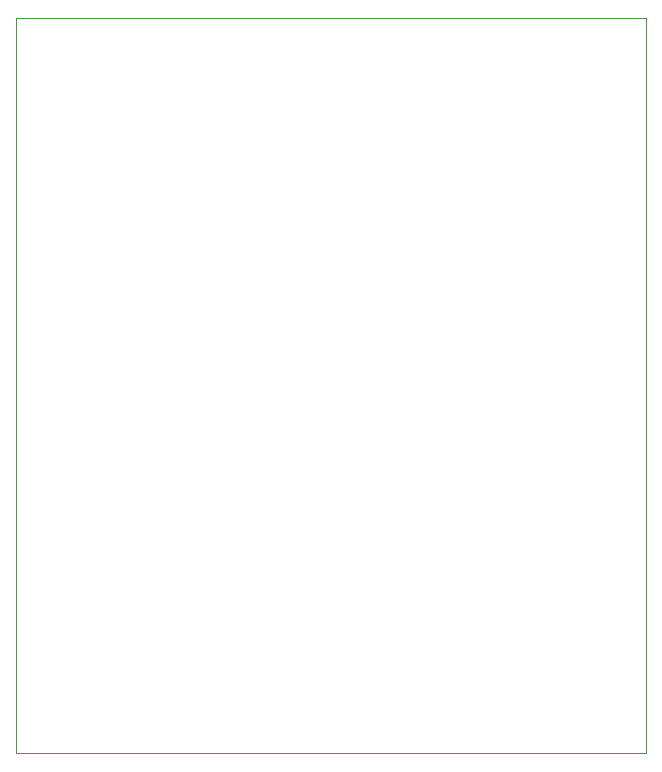
<source format=gbr>
G04 #@! TF.GenerationSoftware,KiCad,Pcbnew,(5.1.5)-3*
G04 #@! TF.CreationDate,2020-05-11T13:20:41+02:00*
G04 #@! TF.ProjectId,Weather_Station_board,57656174-6865-4725-9f53-746174696f6e,rev?*
G04 #@! TF.SameCoordinates,Original*
G04 #@! TF.FileFunction,Profile,NP*
%FSLAX46Y46*%
G04 Gerber Fmt 4.6, Leading zero omitted, Abs format (unit mm)*
G04 Created by KiCad (PCBNEW (5.1.5)-3) date 2020-05-11 13:20:41*
%MOMM*%
%LPD*%
G04 APERTURE LIST*
%ADD10C,0.050000*%
G04 APERTURE END LIST*
D10*
X91440000Y-104140000D02*
X91440000Y-41910000D01*
X144780000Y-104140000D02*
X91440000Y-104140000D01*
X144780000Y-41910000D02*
X144780000Y-104140000D01*
X91440000Y-41910000D02*
X144780000Y-41910000D01*
M02*

</source>
